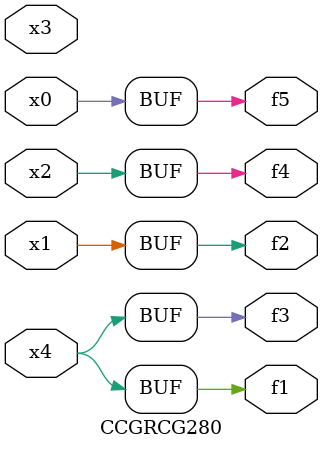
<source format=v>
module CCGRCG280(
	input x0, x1, x2, x3, x4,
	output f1, f2, f3, f4, f5
);
	assign f1 = x4;
	assign f2 = x1;
	assign f3 = x4;
	assign f4 = x2;
	assign f5 = x0;
endmodule

</source>
